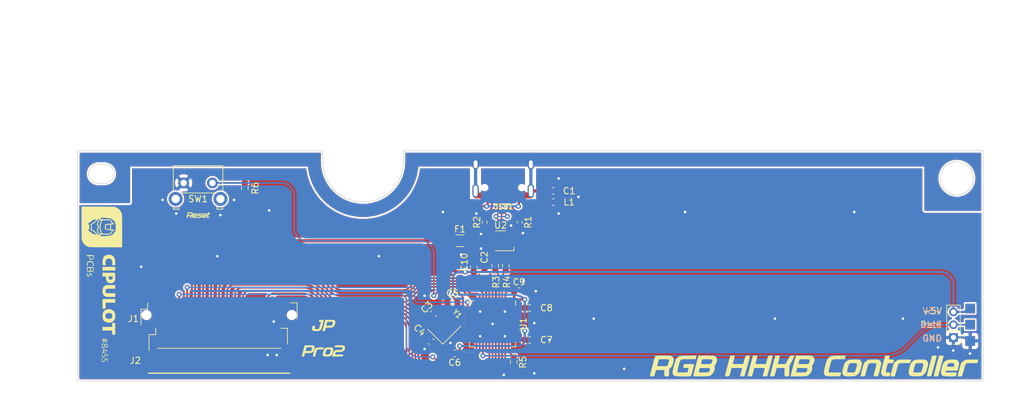
<source format=kicad_pcb>
(kicad_pcb (version 20211014) (generator pcbnew)
  (title_block (title "RGB-HHKB-Controller") (date "2022-08-16") (rev "1") (company "Cipulot CB Design") (comment 1 "CC-BY-NC-SA-4.0") (comment 2 "Cipulot"))
  (layers (0 "F.Cu" signal) (31 "B.Cu" signal) (34 "B.Paste" user) (35 "F.Paste" user) (36 "B.SilkS" user "B.Silkscreen") (37 "F.SilkS" user "F.Silkscreen") (38 "B.Mask" user) (39 "F.Mask" user) (44 "Edge.Cuts" user))
  (net 0 "")
  (net 1 "Net-(C2-Pad1)")
  (net 2 "VBUS")
  (net 3 "D-")
  (net 4 "D+")
  (net 5 "GND")
  (net 6 "Net-(R1-Pad2)")
  (net 7 "Net-(R2-Pad1)")
  (net 8 "XTAL2")
  (net 11 "XTAL1")
  (net 12 "GNDPWR")
  (net 13 "VCC")
  (net 14 "/PD7")
  (net 15 "/PB7")
  (net 16 "/PB0")
  (net 17 "/PB1")
  (net 18 "/PB2")
  (net 19 "/PB3")
  (net 20 "/PB4")
  (net 21 "/PB5")
  (net 22 "/PB6")
  (net 23 "/PC6")
  (net 24 "/PC7")
  (net 25 "/MCU_D+")
  (net 26 "/MCU_D-")
  (net 27 "/PE2")
  (net 28 "RST")
  (net 29 "/PE7")
  (net 30 "/PD0")
  (net 31 "/PD1")
  (net 32 "/PD2")
  (net 33 "/PD3")
  (net 34 "/PD5")
  (net 35 "/PD6")
  (net 36 "/PF7")
  (net 37 "/PF6")
  (net 38 "/PF5")
  (net 39 "/PF4")
  (net 40 "/PF1")
  (net 41 "/PF0")
  (net 45 "LED_5V")
  (footprint "LOGO" (layer "F.Cu") (at 146.14786 83.088571)
    (fp_text reference "G***" hide)
    (fp_text value "LOGO" hide)
  )
  (footprint "Button_Switch_THT:SW_Tactile_SKHH_Angled" (layer "F.Cu") (at 47.60578 54.41841)
    (fp_text reference "SW1")
    (fp_text value "SW_Push")
  )
  (footprint "Resistor_SMD:R_0603_1608Metric" (layer "F.Cu") (at 99.2 82.475 -90)
    (fp_text reference "R5")
    (fp_text value "10k")
  )
  (footprint "LOGO" (layer "F.Cu") (at 34.82302 70.289191 -90)
    (fp_text reference "G***" hide)
    (fp_text value "LOGO" hide)
  )
  (footprint "Capacitor_SMD:C_0603_1608Metric" (layer "F.Cu") (at 92.945 67.565 90)
    (fp_text reference "C10")
    (fp_text value "10u")
  )
  (footprint "Capacitor_SMD:C_0603_1608Metric" (layer "F.Cu") (at 86.64173 74.892111 45)
    (fp_text reference "C3")
    (fp_text value "22p")
  )
  (footprint "LOGO" (layer "F.Cu") (at 69.5 80.71839)
    (fp_text reference "G***" hide)
    (fp_text value "LOGO" hide)
  )
  (footprint "cipulot_parts:LED_Strip_Pad" (layer "F.Cu") (at 170.567325 76.60815 180)
    (fp_text reference "J4" hide)
    (fp_text value "Conn_01x03" hide)
  )
  (footprint "Resistor_SMD:R_0603_1608Metric" (layer "F.Cu") (at 96.31462 67.35 -90)
    (fp_text reference "R3")
    (fp_text value "22")
  )
  (footprint "Resistor_SMD:R_0603_1608Metric" (layer "F.Cu") (at 97.95175 67.35 -90)
    (fp_text reference "R4")
    (fp_text value "22")
  )
  (footprint "LOGO" (layer "F.Cu") (at 49.92 59.456248)
    (fp_text reference "G***" hide)
    (fp_text value "LOGO" hide)
  )
  (footprint "Resistor_SMD:R_0603_1608Metric" (layer "F.Cu") (at 57.166 55.24341 90)
    (fp_text reference "R6")
    (fp_text value "10k")
  )
  (footprint "Capacitor_SMD:C_0603_1608Metric" (layer "F.Cu") (at 101.695 78.975)
    (fp_text reference "C7")
    (fp_text value "0.1u")
  )
  (footprint "cipulot_parts:SOT-23-6-routable" (layer "F.Cu") (at 97.1276 63.46924 180)
    (fp_text reference "U2")
    (fp_text value "SRV05-4")
  )
  (footprint "cipulot_parts:DF14A-15P-1.25H" (layer "F.Cu") (at 53.15578 76.73639)
    (fp_text reference "J1")
    (fp_text value "Conn_01x15")
  )
  (footprint "cipulot_parts:S13B-ZR-SM4A-TF" (layer "F.Cu") (at 53.15578 80.71839)
    (fp_text reference "J2")
    (fp_text value "Conn_01x13")
  )
  (footprint "cipulot_parts:HRO-TYPE-C-31-M-12-Assembly" (layer "F.Cu") (at 97.55578 48.88639 180)
    (fp_text reference "USB1")
    (fp_text value "HRO-TYPE-C-31-M-12")
  )
  (footprint "Capacitor_SMD:C_0603_1608Metric" (layer "F.Cu") (at 89.63 73.07 180)
    (fp_text reference "C5")
    (fp_text value "0.1u")
  )
  (footprint "Resistor_SMD:R_0402_1005Metric" (layer "F.Cu") (at 94.65578 60.567671 -90)
    (fp_text reference "R2")
    (fp_text value "5.1k")
  )
  (footprint "Resistor_SMD:R_0402_1005Metric" (layer "F.Cu") (at 100.13078 60.56639 90)
    (fp_text reference "R1")
    (fp_text value "5.1k")
  )
  (footprint "Capacitor_SMD:C_0603_1608Metric" (layer "F.Cu") (at 101.695 73.974375)
    (fp_text reference "C8")
    (fp_text value "0.1u")
  )
  (footprint "LOGO" (layer "F.Cu") (at 69.5 76.73639)
    (fp_text reference "G***" hide)
    (fp_text value "LOGO" hide)
  )
  (footprint "Connector_PinHeader_2.00mm:PinHeader_1x03_P2.00mm_Vertical" (layer "F.Cu") (at 167.92085 78.60095 180)
    (fp_text reference "J3" hide)
    (fp_text value "Conn_01x03")
  )
  (footprint "cipulot_parts:Crystal_SMD_3225-4pin_3.2x2.5mm" (layer "F.Cu") (at 88.36 77.07 45)
    (fp_text reference "Y1")
    (fp_text value "16MHz")
  )
  (footprint "Capacitor_SMD:C_0603_1608Metric" (layer "F.Cu") (at 86.288177 79.247889 -45)
    (fp_text reference "C4")
    (fp_text value "22p")
  )
  (footprint "Package_DFN_QFN:QFN-44-1EP_7x7mm_P0.5mm_EP5.2x5.2mm" (layer "F.Cu") (at 95.88644 76.47491 -90)
    (fp_text reference "U1")
    (fp_text value "ATmega32U4-M")
  )
  (footprint "Inductor_SMD:L_0603_1608Metric" (layer "F.Cu") (at 105.37578 57.41639)
    (fp_text reference "L1")
    (fp_text value "220 @ 100MHz, 2A")
  )
  (footprint "Capacitor_SMD:C_0603_1608Metric" (layer "F.Cu") (at 105.37578 55.66639)
    (fp_text reference "C1")
    (fp_text value "100n")
  )
  (footprint "cipulot_parts:LED_Strip_Pad" (layer "F.Cu") (at 170.513125 76.59375)
    (fp_text reference "J5" hide)
    (fp_text value "Conn_01x03" hide)
  )
  (footprint "Capacitor_SMD:C_0603_1608Metric" (layer "F.Cu") (at 94.611875 68.675 90)
    (fp_text reference "C2")
    (fp_text value "1u")
  )
  (footprint "Capacitor_SMD:C_0603_1608Metric" (layer "F.Cu") (at 100.028125 71.355)
    (fp_text reference "C9")
    (fp_text value "0.1u")
  )
  (footprint "Capacitor_SMD:C_0603_1608Metric" (layer "F.Cu") (at 89.975 81.095 180)
    (fp_text reference "C6")
    (fp_text value "0.1u")
  )
  (footprint "Fuse:Fuse_1206_3216Metric" (layer "F.Cu") (at 90.79205 63.467671)
    (fp_text reference "F1")
    (fp_text value "500mA")
  )
  (gr_line (start 81.95578 51.08639) (end 81.95578 49.38639) (layer "Edge.Cuts") (width 0.1))
  (gr_line (start 31.05578 49.38639) (end 69.35578 49.38639) (layer "Edge.Cuts") (width 0.1))
  (gr_arc (start 34.25578 54.48639) (mid 33.195113 54.047051) (end 32.75578 52.98639) (layer "Edge.Cuts") (width 0.1))
  (gr_line (start 172.55578 49.38639) (end 172.55578 85.38639) (layer "Edge.Cuts") (width 0.1))
  (gr_arc (start 75.65578 57.38639) (mid 71.201001 55.541164) (end 69.35578 51.08639) (layer "Edge.Cuts") (width 0.1))
  (gr_line (start 35.25578 51.48639) (end 34.25578 51.48639) (layer "Edge.Cuts") (width 0.1))
  (gr_arc (start 32.75578 52.98639) (mid 33.195113 51.925718) (end 34.25578 51.48639) (layer "Edge.Cuts") (width 0.1))
  (gr_line (start 34.25578 54.48639) (end 35.25578 54.48639) (layer "Edge.Cuts") (width 0.1))
  (gr_arc (start 36.75578 52.98639) (mid 36.31644 54.04705) (end 35.25578 54.48639) (layer "Edge.Cuts") (width 0.1))
  (gr_line (start 172.55578 85.38639) (end 31.05578 85.38639) (layer "Edge.Cuts") (width 0.1))
  (gr_line (start 69.35578 49.38639) (end 69.35578 51.08639) (layer "Edge.Cuts") (width 0.1))
  (gr_arc (start 35.25578 51.48639) (mid 36.316433 51.925731) (end 36.75578 52.98639) (layer "Edge.Cuts") (width 0.1))
  (gr_arc (start 81.95578 51.08639) (mid 80.110553 55.541163) (end 75.65578 57.38639) (layer "Edge.Cuts") (width 0.1))
  (gr_line (start 31.05578 85.38639) (end 31.05578 49.38639) (layer "Edge.Cuts") (width 0.1))
  (gr_line (start 81.95578 49.38639) (end 172.55578 49.38639) (layer "Edge.Cuts") (width 0.1))
  (gr_circle (center 168.45578 53.68639) (end 171.05578 53.68639) (layer "Edge.Cuts") (width 0.1) (fill none))
  (gr_text "GND" (at 166.226875 78.736875) (layer "B.SilkS") (effects (font (size 1 1)) (justify left mirror)))
  (gr_text "+5V" (at 166.226875 74.450625) (layer "B.SilkS") (effects (font (size 1 1)) (justify left mirror)))
  (gr_text "Data" (at 166.226875 76.59375) (layer "B.SilkS") (effects (font (size 1 1)) (justify left mirror)))
  (gr_text "Data" (at 166.226875 76.59375) (layer "F.SilkS") (effects (font (size 1 1)) (justify right)))
  (gr_text "+5V" (at 166.226875 74.450625) (layer "F.SilkS") (effects (font (size 1 1)) (justify right)))
  (gr_text "GND" (at 166.226875 78.736875) (layer "F.SilkS") (effects (font (size 1 1)) (justify right)))
  (segment (start 94.611875 69.45) (end 95.44 69.45) (width 0.25) (layer "F.Cu") (net 1))
  (segment (start 95.88644 69.89644) (end 95.88644 73.13741) (width 0.25) (layer "F.Cu") (net 1))
  (arc (start 95.44 69.45) (mid 95.755681 69.580759) (end 95.88644 69.89644) (width 0.25) (layer "F.Cu") (net 1))
  (segment (start 94.95578 58.069675) (end 93.19205 58.069675) (width 0.35) (layer "F.Cu") (net 2))
  (segment (start 95.92578 63.467671) (end 95.92578 63.46924) (width 0.35) (layer "F.Cu") (net 2))
  (segment (start 92.193619 63.46924) (end 92.19205 63.467671) (width 0.35) (layer "F.Cu") (net 2))
  (segment (start 92.19205 59.069675) (end 92.19205 63.467671) (width 0.35) (layer "F.Cu") (net 2))
  (segment (start 95.10578 57.707543) (end 95.10578 56.58139) (width 0.35) (layer "F.Cu") (net 2))
  (segment (start 92.26205 63.467671) (end 95.92578 63.467671) (width 0.35) (layer "F.Cu") (net 2))
  (segment (start 100.00578 57.852396) (end 100.00578 56.58139) (width 0.35) (layer "F.Cu") (net 2))
  (via (at 94.95578 58.069675) (size 0.8) (drill 0.4) (layers "F.Cu" "B.Cu") (net 2))
  (via (at 99.91578 58.069675) (size 0.8) (drill 0.4) (layers "F.Cu" "B.Cu") (net 2))
  (arc (start 93.19205 58.069675) (mid 92.484943 58.362568) (end 92.19205 59.069675) (width 0.35) (layer "F.Cu") (net 2))
  (arc (start 99.91578 58.069675) (mid 99.98239 57.969986) (end 100.00578 57.852396) (width 0.35) (layer "F.Cu") (net 2))
  (arc (start 94.95578 58.069675) (mid 95.066797 57.903527) (end 95.10578 57.707543) (width 0.35) (layer "F.Cu") (net 2))
  (segment (start 100.00578 58.069675) (end 94.95578 58.069675) (width 0.35) (layer "B.Cu") (net 2))
  (segment (start 98.3026 64.41924) (end 97.97995 64.41924) (width 0.2) (layer "F.Cu") (net 3))
  (segment (start 97.30578 56.58139) (end 97.30578 55.457671) (width 0.2) (layer "F.Cu") (net 3))
  (segment (start 97.472227 63.942837) (end 97.94863 64.41924) (width 0.2) (layer "F.Cu") (net 3))
  (segment (start 97.30578 56.58139) (end 97.30578 63.540999) (width 0.2) (layer "F.Cu") (net 3))
  (segment (start 97.504633 64.895367) (end 97.98076 64.41924) (width 0.2) (layer "F.Cu") (net 3))
  (segment (start 97.60578 55.157671) (end 98.00578 55.157671) (width 0.2) (layer "F.Cu") (net 3))
  (segment (start 98.30578 55.457671) (end 98.30578 56.58139) (width 0.2) (layer "F.Cu") (net 3))
  (segment (start 97.95175 66.525) (end 97.504632 66.077882) (width 0.2) (layer "F.Cu") (net 3))
  (segment (start 97.94863 64.41924) (end 97.954211 64.41924) (width 0.2) (layer "F.Cu") (net 3))
  (segment (start 97.98076 64.41924) (end 98.3026 64.41924) (width 0.2) (layer "F.Cu") (net 3))
  (segment (start 97.358186 65.724329) (end 97.358186 65.248921) (width 0.2) (layer "F.Cu") (net 3))
  (arc (start 98.00578 55.157671) (mid 98.217912 55.245539) (end 98.30578 55.457671) (width 0.2) (layer "F.Cu") (net 3))
  (arc (start 97.60578 55.157671) (mid 97.393648 55.245539) (end 97.30578 55.457671) (width 0.2) (layer "F.Cu") (net 3))
  (arc (start 97.504633 64.895367) (mid 97.396246 65.057579) (end 97.358186 65.248921) (width 0.2) (layer "F.Cu") (net 3))
  (arc (start 97.30578 63.540999) (mid 97.349038 63.758472) (end 97.472227 63.942837) (width 0.2) (layer "F.Cu") (net 3))
  (arc (start 97.358186 65.724329) (mid 97.396246 65.91567) (end 97.504632 66.077882) (width 0.2) (layer "F.Cu") (net 3))
  (segment (start 96.761737 64.901737) (end 96.27924 64.41924) (width 0.2) (layer "F.Cu") (net 4))
  (segment (start 97.77578 56.61139) (end 97.80578 56.58139) (width 0.2) (layer "F.Cu") (net 4))
  (segment (start 96.908184 65.724329) (end 96.908184 65.255291) (width 0.2) (layer "F.Cu") (net 4))
  (segment (start 96.247349 64.41924) (end 95.92578 64.41924) (width 0.2) (layer "F.Cu") (net 4))
  (segment (start 96.31462 66.525) (end 96.761738 66.077882) (width 0.2) (layer "F.Cu") (net 4))
  (segment (start 96.27924 64.41924) (end 95.9526 64.41924) (width 0.2) (layer "F.Cu") (net 4))
  (segment (start 95.92578 64.41924) (end 96.25293 64.41924) (width 0.2) (layer "F.Cu") (net 4))
  (segment (start 96.80578 56.58139) (end 96.80578 58.748989) (width 0.2) (layer "F.Cu") (net 4))
  (segment (start 96.29995 64.41924) (end 96.74176 63.97743) (width 0.2) (layer "F.Cu") (net 4))
  (segment (start 95.9526 64.41924) (end 96.27929 64.41924) (width 0.2) (layer "F.Cu") (net 4))
  (segment (start 97.77578 58.579994) (end 97.77578 56.653816) (width 0.2) (layer "F.Cu") (net 4))
  (segment (start 95.9526 64.41924) (end 96.29995 64.41924) (width 0.2) (layer "F.Cu") (net 4))
  (segment (start 96.90578 63.58145) (end 96.90578 60.825212) (width 0.2) (layer "F.Cu") (net 4))
  (via (at 98.22578 59.66639) (size 0.8) (drill 0.4) (layers "F.Cu" "B.Cu") (net 4))
  (via (at 96.42578 59.66639) (size 0.8) (drill 0.4) (layers "F.Cu" "B.Cu") (net 4))
  (arc (start 96.761737 64.901737) (mid 96.870124 65.063949) (end 96.908184 65.255291) (width 0.2) (layer "F.Cu") (net 4))
  (arc (start 96.80578 58.748989) (mid 96.707021 59.245483) (end 96.42578 59.66639) (width 0.2) (layer "F.Cu") (net 4))
  (arc (start 96.908184 65.724329) (mid 96.870124 65.91567) (end 96.761738 66.077882) (width 0.2) (layer "F.Cu") (net 4))
  (arc (start 96.74176 63.97743) (mid 96.863153 63.795753) (end 96.90578 63.58145) (width 0.2) (layer "F.Cu") (net 4))
  (arc (start 97.77578 56.653816) (mid 97.783577 56.61462) (end 97.80578 56.58139) (width 0.2) (layer "F.Cu") (net 4))
  (arc (start 98.22578 59.66639) (mid 97.892731 59.167948) (end 97.77578 58.579994) (width 0.2) (layer "F.Cu") (net 4))
  (arc (start 96.90578 60.825212) (mid 96.781032 60.198062) (end 96.42578 59.66639) (width 0.2) (layer "F.Cu") (net 4))
  (segment (start 96.42578 59.66639) (end 98.22578 59.66639) (width 0.2) (layer "B.Cu") (net 4))
  (segment (start 167.92085 78.60095) (end 169.23655 78.60095) (width 0.35) (layer "F.Cu") (net 5))
  (segment (start 86.093722 75.440119) (end 86.093722 76.359357) (width 0.35) (layer "F.Cu") (net 5))
  (segment (start 96.38644 73.13741) (end 96.38644 75.97491) (width 0.25) (layer "F.Cu") (net 5))
  (segment (start 64.10578 82.23639) (end 64.10578 79.28639) (width 0.5) (layer "F.Cu") (net 5))
  (segment (start 93.38644 78.97491) (end 95.88644 76.47491) (width 0.2) (layer "F.Cu") (net 5))
  (segment (start 60.65578 78.68639) (end 62.15578 78.68639) (width 0.5) (layer "F.Cu") (net 5))
  (segment (start 58.15578 73.98639) (end 59.40578 73.98639) (width 0.5) (layer "F.Cu") (net 5))
  (segment (start 89.562081 77.07) (end 87.157919 77.07) (width 0.3) (layer "F.Cu") (net 5))
  (segment (start 42.20578 82.23639) (end 42.20578 79.28639) (width 0.5) (layer "F.Cu") (net 5))
  (segment (start 86.093722 76.359357) (end 86.981142 77.246777) (width 0.35) (layer "F.Cu") (net 5))
  (segment (start 59.552227 75.562227) (end 60.509334 76.519334) (width 0.5) (layer "F.Cu") (net 5))
  (segment (start 42.20578 79.28639) (end 42.00578 79.08639) (width 0.5) (layer "F.Cu") (net 5))
  (segment (start 99.22394 74.47491) (end 97.88644 74.47491) (width 0.25) (layer "F.Cu") (net 5))
  (segment (start 60.65578 76.872887) (end 60.65578 78.68639) (width 0.5) (layer "F.Cu") (net 5))
  (segment (start 93.38644 79.81241) (end 93.38644 78.97491) (width 0.2) (layer "F.Cu") (net 5))
  (segment (start 97.88644 78.47491) (end 97.82123 78.4097) (width 0.25) (layer "F.Cu") (net 5))
  (segment (start 99.22394 78.47491) (end 97.88644 78.47491) (width 0.25) (layer "F.Cu") (net 5))
  (segment (start 96.38644 75.97491) (end 95.88644 76.47491) (width 0.25) (layer "F.Cu") (net 5))
  (segment (start 85.740169 78.48775) (end 86.981142 77.246777) (width 0.35) (layer "F.Cu") (net 5))
  (segment (start 97.88644 74.47491) (end 97.82123 74.54012) (width 0.25) (layer "F.Cu") (net 5))
  (segment (start 92.54894 75.47491) (end 94.88644 75.47491) (width 0.25) (layer "F.Cu") (net 5))
  (segment (start 64.10578 79.28639) (end 64.30578 79.08639) (width 0.5) (layer "F.Cu") (net 5))
  (segment (start 87.157919 77.07) (end 86.981142 77.246777) (width 0.25) (layer "F.Cu") (net 5))
  (segment (start 59.40578 73.98639) (end 59.40578 75.208673) (width 0.5) (layer "F.Cu") (net 5))
  (segment (start 89.738858 76.893223) (end 89.562081 77.07) (width 0.25) (layer "F.Cu") (net 5))
  (segment (start 85.740169 78.699881) (end 85.740169 78.48775) (width 0.35) (layer "F.Cu") (net 5))
  (segment (start 94.88644 75.47491) (end 95.88644 76.47491) (width 0.25) (layer "F.Cu") (net 5))
  (via (at 61.69 76.1175) (size 0.8) (drill 0.4) (layers "F.Cu" "B.Cu") (net 5))
  (via (at 170.513125 81.118125) (size 0.8) (drill 0.4) (layers "F.Cu" "B.Cu") (net 5))
  (via (at 140.033125 75.64125) (size 0.8) (drill 0.4) (layers "F.Cu" "B.Cu") (net 5))
  (via (at 60.7375 81.35625) (size 0.8) (drill 0.4) (layers "F.Cu" "B.Cu") (net 5))
  (via (at 94.075 64.6875) (size 0.8) (drill 0.4) (layers "F.Cu" "B.Cu") (net 5))
  (via (at 60.975625 58.734375) (size 0.8) (drill 0.4) (layers "F.Cu" "B.Cu") (net 5))
  (via (at 167.89375 80.641875) (size 0.8) (drill 0.4) (layers "F.Cu" "B.Cu") (net 5))
  (via (at 97.646875 84.451875) (size 0.8) (drill 0.4) (layers "F.Cu" "B.Cu") (net 5))
  (via (at 109.315 56.59125) (size 0.8) (drill 0.4) (layers "F.Cu" "B.Cu") (net 5))
  (via (at 97.82123 74.54012) (size 0.8) (drill 0.4) (layers "F.Cu" "B.Cu") (net 5))
  (via (at 85.264375 72.069375) (size 0.8) (drill 0.4) (layers "F.Cu" "B.Cu") (net 5))
  (via (at 97.82123 78.4097) (size 0.8) (drill 0.4) (layers "F.Cu" "B.Cu") (net 5))
  (via (at 111.69625 75.64125) (size 0.8) (drill 0.4) (layers "F.Cu" "B.Cu") (net 5))
  (via (at 88.121875 58.9725) (size 0.8) (drill 0.4) (layers "F.Cu" "B.Cu") (net 5))
  (via (at 55.49875 57.0675) (size 0.8) (drill 0.4) (layers "F.Cu" "B.Cu") (net 5))
  (via (at 93.95165 74.54012) (size 0.8) (drill 0.4) (layers "F.Cu" "B.Cu") (net 5))
  (via (at 52.879375 65.878125) (size 0.8) (drill 0.4) (layers "F.Cu" "B.Cu") (net 5))
  (via (at 89.3125 79.45125) (size 0.8) (drill 0.4) (layers "F.Cu" "B.Cu") (net 5))
  (via (at 116.45875 83.499375) (size 0.8) (drill 0.4) (layers "F.Cu" "B.Cu") (net 5))
  (via (at 100.62578 62.26639) (size 0.8) (drill 0.4) (layers "F.Cu" "B.Cu") (net 5))
  (via (at 102.409375 84.21375) (size 0.8) (drill 0.4) (layers "F.Cu" "B.Cu") (net 5))
  (via (at 94.075 62.401201) (size 0.8) (drill 0.4) (layers "F.Cu" "B.Cu") (net 5))
  (via (at 62.16625 81.35625) (size 0.8) (drill 0.4) (layers "F.Cu" "B.Cu") (net 5))
  (via (at 125.98375 58.9725) (size 0.8) (drill 0.4) (layers "F.Cu" "B.Cu") (net 5))
  (via (at 100.7425 69.688125) (size 0.8) (drill 0.4) (layers "F.Cu" "B.Cu") (net 5))
  (via (at 165.5125 80.165625) (size 0.8) (drill 0.4) (layers "F.Cu" "B.Cu") (net 5))
  (via (at 98.78078 61.082671) (size 0.8) (drill 0.4) (layers "F.Cu" "B.Cu") (net 5))
  (via (at 85.264375 80.40375) (size 0.8) (drill 0.4) (layers "F.Cu" "B.Cu") (net 5))
  (via (at 93.95165 78.4097) (size 0.8) (drill 0.4) (layers "F.Cu" "B.Cu") (net 5))
  (via (at 102.6475 71.355) (size 0.8) (drill 0.4) (layers "F.Cu" "B.Cu") (net 5))
  (via (at 90.979375 65.64) (size 0.8) (drill 0.4) (layers "F.Cu" "B.Cu") (net 5))
  (via (at 95.88644 76.47491) (size 0.8) (drill 0.4) (layers "F.Cu" "B.Cu") (net 5))
  (via (at 93.360625 59.210625) (size 0.8) (drill 0.4) (layers "F.Cu" "B.Cu") (net 5))
  (via (at 44.306875 57.0675) (size 0.8) (drill 0.4) (layers "F.Cu" "B.Cu") (net 5))
  (via (at 106.219375 53.73375) (size 0.8) (drill 0.4) (layers "F.Cu" "B.Cu") (net 5))
  (via (at 40.973125 67.545) (size 0.8) (drill 0.4) (layers "F.Cu" "B.Cu") (net 5))
  (via (at 102.409375 76.355625) (size 0.8) (drill 0.4) (layers "F.Cu" "B.Cu") (net 5))
  (via (at 160.035625 75.64125) (size 0.8) (drill 0.4) (layers "F.Cu" "B.Cu") (net 5))
  (via (at 106.219375 59.210625) (size 0.8) (drill 0.4) (layers "F.Cu" "B.Cu") (net 5))
  (via (at 104.790625 78.975) (size 0.8) (drill 0.4) (layers "F.Cu" "B.Cu") (net 5))
  (via (at 78.120625 65.878125) (size 0.8) (drill 0.4) (layers "F.Cu" "B.Cu") (net 5))
  (via (at 46.45 59.210625) (size 0.8) (drill 0.4) (layers "F.Cu" "B.Cu") (net 5))
  (via (at 53.355625 59.44875) (size 0.8) (drill 0.4) (layers "F.Cu" "B.Cu") (net 5))
  (via (at 152.415625 58.9725) (size 0.8) (drill 0.4) (layers "F.Cu" "B.Cu") (net 5))
  (arc (start 60.65578 76.872887) (mid 60.61772 76.681546) (end 60.509334 76.519334) (width 0.5) (layer "F.Cu") (net 5))
  (arc (start 59.40578 75.208673) (mid 59.44384 75.400015) (end 59.552227 75.562227) (width 0.5) (layer "F.Cu") (net 5))
  (arc (start 169.23655 78.60095) (mid 169.942093 78.741292) (end 170.540225 79.14095) (width 0.35) (layer "F.Cu") (net 5))
  (segment (start 167.92085 78.60095) (end 169.23655 78.60095) (width 0.35) (layer "B.Cu") (net 5))
  (arc (start 169.23655 78.60095) (mid 169.942093 78.741292) (end 170.540225 79.14095) (width 0.35) (layer "B.Cu") (net 5))
  (segment (start 98.80578 56.58139) (end 98.80578 57.950564) (width 0.25) (layer "F.Cu") (net 6))
  (segment (start 100.13078 59.682671) (end 100.13078 60.05639) (width 0.25) (layer "F.Cu") (net 6))
  (segment (start 98.952227 58.304118) (end 99.989358 59.341249) (width 0.25) (layer "F.Cu") (net 6))
  (arc (start 98.80578 57.950564) (mid 98.84384 58.141906) (end 98.952227 58.304118) (width 0.25) (layer "F.Cu") (net 6))
  (arc (start 99.989358 59.341249) (mid 100.094025 59.497895) (end 100.13078 59.682671) (width 0.25) (layer "F.Cu") (net 6))
  (segment (start 94.65578 59.652125) (end 94.65578 60.057671) (width 0.25) (layer "F.Cu") (net 7))
  (segment (start 95.80578 56.58139) (end 95.80578 58.100564) (width 0.25) (layer "F.Cu") (net 7))
  (segment (start 95.659334 58.454117) (end 94.79328 59.320171) (width 0.25) (layer "F.Cu") (net 7))
  (arc (start 95.80578 58.100564) (mid 95.76772 58.291905) (end 95.659334 58.454117) (width 0.25) (layer "F.Cu") (net 7))
  (arc (start 94.79328 59.320171) (mid 94.691515 59.472472) (end 94.65578 59.652125) (width 0.25) (layer "F.Cu") (net 7))
  (segment (start 88.607919 75.62) (end 88.536777 75.691142) (width 0.25) (layer "F.Cu") (net 8))
  (segment (start 87.189738 74.344103) (end 88.536777 75.691142) (width 0.25) (layer "F.Cu") (net 8))
  (segment (start 90.408463 75.828463) (end 90.346446 75.766446) (width 0.25) (layer "F.Cu") (net 8))
  (segment (start 92.54894 75.97491) (end 90.762017 75.97491) (width 0.25) (layer "F.Cu") (net 8))
  (segment (start 89.992893 75.62) (end 88.607919 75.62) (width 0.25) (layer "F.Cu") (net 8))
  (arc (start 90.408463 75.828463) (mid 90.570675 75.93685) (end 90.762017 75.97491) (width 0.25) (layer "F.Cu") (net 8))
  (arc (start 90.346446 75.766446) (mid 90.184234 75.65806) (end 89.992893 75.62) (width 0.25) (layer "F.Cu") (net 8))
  (segment (start 86.836185 79.795897) (end 88.183223 78.448858) (width 0.25) (layer "F.Cu") (net 11))
  (segment (start 89.612893 78.38) (end 88.252081 78.38) (width 0.25) (layer "F.Cu") (net 11))
  (segment (start 91.578643 76.621357) (end 89.966446 78.233554) (width 0.25) (layer "F.Cu") (net 11))
  (segment (start 92.54894 76.47491) (end 91.932197 76.47491) (width 0.25) (layer "F.Cu") (net 11))
  (segment (start 88.252081 78.38) (end 88.183223 78.448858) (width 0.25) (layer "F.Cu") (net 11))
  (arc (start 89.612893 78.38) (mid 89.804234 78.34194) (end 89.966446 78.233554) (width 0.25) (layer "F.Cu") (net 11))
  (arc (start 91.932197 76.47491) (mid 91.740855 76.51297) (end 91.578643 76.621357) (width 0.25) (layer "F.Cu") (net 11))
  (segment (start 101.87578 56.58139) (end 100.78078 56.58139) (width 0.5) (layer "F.Cu") (net 12))
  (segment (start 101.679334 59.219944) (end 100.927227 58.467837) (width 0.35) (layer "F.Cu") (net 12))
  (segment (start 93.23578 56.58139) (end 94.33078 56.58139) (width 0.5) (layer "F.Cu") (net 12))
  (segment (start 100.78078 56.16639) (end 101.670781 56.16639) (width 0.5) (layer "F.Cu") (net 12))
  (segment (start 94.33078 56.16639) (end 93.440779 56.16639) (width 0.5) (layer "F.Cu") (net 12))
  (segment (start 104.58828 55.67889) (end 104.60078 55.66639) (width 0.5) (layer "F.Cu") (net 12))
  (segment (start 101.87578 55.66639) (end 101.87578 56.58139) (width 0.5) (layer "F.Cu") (net 12))
  (segment (start 94.33078 56.58139) (end 94.33078 56.16639) (width 0.5) (layer "F.Cu") (net 12))
  (segment (start 100.78078 58.114283) (end 100.78078 56.58139) (width 0.35) (layer "F.Cu") (net 12))
  (segment (start 98.27578 63.46924) (end 100.89578 63.46924) (width 0.35) (layer "F.Cu") (net 12))
  (segment (start 93.23578 55.66639) (end 93.23578 56.58139) (width 0.5) (layer "F.Cu") (net 12))
  (segment (start 101.82578 62.46924) (end 101.82578 59.573497) (width 0.35) (layer "F.Cu") (net 12))
  (segment (start 104.58828 57.41639) (end 104.58828 55.67889) (width 0.5) (layer "F.Cu") (net 12))
  (segment (start 100.774233 56.153039) (end 101.664234 56.153039) (width 0.5) (layer "F.Cu") (net 12))
  (segment (start 93.440779 56.16639) (end 93.23578 55.961391) (width 0.5) (layer "F.Cu") (net 12))
  (segment (start 104.60078 55.66639) (end 101.87578 55.66639) (width 0.5) (layer "F.Cu") (net 12))
  (segment (start 101.670781 56.16639) (end 101.87578 55.961391) (width 0.5) (layer "F.Cu") (net 12))
  (segment (start 100.78078 56.58139) (end 100.78078 56.16639) (width 0.5) (layer "F.Cu") (net 12))
  (arc (start 100.927227 58.467837) (mid 100.81884 58.305625) (end 100.78078 58.114283) (width 0.35) (layer "F.Cu") (net 12))
  (arc (start 101.82578 59.573497) (mid 101.78772 59.382156) (end 101.679334 59.219944) (width 0.35) (layer "F.Cu") (net 12))
  (arc (start 100.82578 63.46924) (mid 101.532887 63.176347) (end 101.82578 62.46924) (width 0.35) (layer "F.Cu") (net 12))
  (segment (start 93.23578 51.48639) (end 93.23578 55.66639) (width 0.5) (layer "B.Cu") (net 12))
  (segment (start 101.87578 51.48639) (end 101.87578 55.66639) (width 0.5) (layer "B.Cu") (net 12))
  (segment (start 92.945 68.34) (end 91.61 68.34) (width 0.35) (layer "F.Cu") (net 13))
  (segment (start 90.405 73.07) (end 90.405 73.585) (width 0.25) (layer "F.Cu") (net 13))
  (segment (start 99.22394 73.97491) (end 100.919465 73.97491) (width 0.25) (layer "F.Cu") (net 13))
  (segment (start 91.019914 74.519914) (end 91.206209 74.706209) (width 0.25) (layer "F.Cu") (net 13))
  (segment (start 93.24723 81.095) (end 90.75 81.095) (width 0.25) (layer "F.Cu") (net 13))
  (segment (start 54.432329 63.467671) (end 59.282329 63.467671) (width 0.5) (layer "F.Cu") (net 13))
  (segment (start 93.58 70.28) (end 94.74288 70.28) (width 0.25) (layer "F.Cu") (net 13))
  (segment (start 45.65578 73.98639) (end 45.65578 78.68639) (width 0.5) (layer "F.Cu") (net 13))
  (segment (start 89.39205 63.467671) (end 89.39205 67.34) (width 0.5) (layer "F.Cu") (net 13))
  (segment (start 100.92 72.66) (end 99.753125 72.66) (width 0.35) (layer "F.Cu") (net 13))
  (segment (start 56.166 63.467671) (end 54.432329 63.467671) (width 0.5) (layer "F.Cu") (net 13))
  (segment (start 100.91991 78.97491) (end 100.92 78.975) (width 0.25) (layer "F.Cu") (net 13))
  (segment (start 90.631274 74.131274) (end 91.019914 74.519914) (width 0.25) (layer "F.Cu") (net 13))
  (segment (start 44.15578 78.68639) (end 45.65578 78.68639) (width 0.5) (layer "F.Cu") (net 13))
  (segment (start 90.75 81.095) (end 90.75 79.93) (width 0.35) (layer "F.Cu") (net 13))
  (segment (start 58.166 63.467671) (end 59.282329 63.467671) (width 0.5) (layer "F.Cu") (net 13))
  (segment (start 59.282329 63.467671) (end 89.39205 63.467671) (width 0.5) (layer "F.Cu") (net 13))
  (segment (start 95.38644 70.92356) (end 95.38644 73.13741) (width 0.25) (layer "F.Cu") (net 13))
  (segment (start 92.945 68.34) (end 92.945 69.645) (width 0.25) (layer "F.Cu") (net 13))
  (segment (start 90.035876 72.700875) (end 90.405 73.07) (width 0.35) (layer "F.Cu") (net 13))
  (segment (start 98.38644 71.355) (end 99.253125 71.355) (width 0.25) (layer "F.Cu") (net 13))
  (segment (start 100.92 77.54625) (end 100.92 78.975) (width 0.35) (layer "F.Cu") (net 13))
  (segment (start 167.92085 74.60095) (end 169.23655 74.60095) (width 0.35) (layer "F.Cu") (net 13))
  (segment (start 90.39205 68.34) (end 91.61 68.34) (width 0.5) (layer "F.Cu") (net 13))
  (segment (start 47.65578 63.467671) (end 54.432329 63.467671) (width 0.5) (layer "F.Cu") (net 13))
  (segment (start 99.253125 72.16) (end 99.253125 71.355) (width 0.35) (layer "F.Cu") (net 13))
  (segment (start 44.40578 73.98639) (end 45.65578 73.98639) (width 0.5) (layer "F.Cu") (net 13))
  (segment (start 91.85491 74.97491) (end 92.54894 74.97491) (width 0.25) (layer "F.Cu") (net 13))
  (segment (start 100.92 72.66) (end 100.92 73.974375) (width 0.35) (layer "F.Cu") (net 13))
  (segment (start 100.919465 73.97491) (end 100.92 73.974375) (width 0.25) (layer "F.Cu") (net 13))
  (segment (start 99.22394 78.97491) (end 100.91991 78.97491) (width 0.25) (layer "F.Cu") (net 13))
  (segment (start 97.88644 73.13741) (end 97.88644 71.855) (width 0.25) (layer "F.Cu") (net 13))
  (segment (start 45.65578 73.98639) (end 45.65578 65.467671) (width 0.5) (layer "F.Cu") (net 13))
  (segment (start 93.88644 79.81241) (end 93.88644 80.45579) (width 0.25) (layer "F.Cu") (net 13))
  (segment (start 57.166 56.06841) (end 57.166 62.467671) (width 0.5) (layer "F.Cu") (net 13))
  (via (at 89.7 71.89) (size 0.8) (drill 0.4) (layers "F.Cu" "B.Cu") (net 13))
  (via (at 90.75 79.93) (size 0.8) (drill 0.4) (layers "F.Cu" "B.Cu") (net 13))
  (via (at 100.92 72.66) (size 0.8) (drill 0.4) (layers "F.Cu" "B.Cu") (net 13))
  (via (at 91.61 68.34) (size 0.8) (drill 0.4) (layers "F.Cu" "B.Cu") (net 13))
  (via (at 100.92 77.54625) (size 0.8) (drill 0.4) (layers "F.Cu" "B.Cu") (net 13))
  (arc (start 57.166 62.467671) (mid 57.458893 63.174778) (end 58.166 63.467671) (width 0.5) (layer "F.Cu") (net 13))
  (arc (start 56.166 63.467671) (mid 56.873107 63.174778) (end 57.166 62.467671) (width 0.5) (layer "F.Cu") (net 13))
  (arc (start 92.945 69.645) (mid 93.130987 70.094013) (end 93.58 70.28) (width 0.25) (layer "F.Cu") (net 13))
  (arc (start 90.39205 68.34) (mid 89.684943 68.047107) (end 89.39205 67.34) (width 0.5) (layer "F.Cu") (net 13))
  (arc (start 93.88644 80.45579) (mid 93.69922 80.90778) (end 93.24723 81.095) (width 0.25) (layer "F.Cu") (net 13))
  (arc (start 47.65578 63.467671) (mid 46.241566 64.053457) (end 45.65578 65.467671) (width 0.5) (layer "F.Cu") (net 13))
  (arc (start 91.206209 74.706209) (mid 91.503836 74.905077) (end 91.85491 74.97491) (width 0.25) (layer "F.Cu") (net 13))
  (arc (start 97.88644 71.855) (mid 98.032887 71.501447) (end 98.38644 71.355) (width 0.25) (layer "F.Cu") (net 13))
  (arc (start 90.405 73.585) (mid 90.463807 73.880641) (end 90.631274 74.131274) (width 0.25) (layer "F.Cu") (net 13))
  (arc (start 99.753125 72.66) (mid 99.399572 72.513553) (end 99.253125 72.16) (width 0.35) (layer "F.Cu") (net 13))
  (arc (start 89.7 71.89) (mid 89.787291 72.328843) (end 90.035876 72.700875) (width 0.35) (layer "F.Cu") (net 13))
  (arc (start 94.74288 70.28) (mid 95.197946 70.468494) (end 95.38644 70.92356) (width 0.25) (layer "F.Cu") (net 13))
  (arc (start 169.23655 74.60095) (mid 169.942094 74.460608) (end 170.540225 74.06095) (width 0.35) (layer "F.Cu") (net 13))
  (segment (start 100.92 77.54625) (end 100.92 78.93) (width 0.35) (layer "B.Cu") (net 13))
  (segment (start 89.7 69.34) (end 89.7 71.89) (width 0.35) (layer "B.Cu") (net 13))
  (segment (start 99.92 79.93) (end 99.073125 79.93) (width 0.35) (layer "B.Cu") (net 13))
  (segment (start 91.61 68.34) (end 90.7 68.34) (width 0.35) (layer "B.Cu") (net 13))
  (segment (start 167.92085 70.34) (end 167.92085 74.60095) (width 0.35) (layer "B.Cu") (net 13))
  (segment (start 89.7 71.89) (end 99.061056 71.89) (width 0.35) (layer "B.Cu") (net 13))
  (segment (start 91.61 68.34) (end 165.92085 68.34) (width 0.35) (layer "B.Cu") (net 13))
  (segment (start 167.92085 74.60095) (end 169.23655 74.60095) (width 0.35) (layer "B.Cu") (net 13))
  (segment (start 90.75 79.93) (end 99.073125 79.93) (width 0.35) (layer "B.Cu") (net 13))
  (segment (start 100.92 72.66) (end 100.92 77.54625) (width 0.35) (layer "B.Cu") (net 13))
  (arc (start 169.23655 74.60095) (mid 169.942094 74.460608) (end 170.540225 74.06095) (width 0.35) (layer "B.Cu") (net 13))
  (arc (start 90.7 68.34) (mid 89.992893 68.632893) (end 89.7 69.34) (width 0.35) (layer "B.Cu") (net 13))
  (arc (start 99.061056 71.89) (mid 100.067109 72.090117) (end 100.92 72.66) (width 0.35) (layer "B.Cu") (net 13))
  (arc (start 167.92085 70.34) (mid 167.335064 68.925786) (end 165.92085 68.34) (width 0.35) (layer "B.Cu") (net 13))
  (arc (start 99.92 79.93) (mid 100.627107 79.637107) (end 100.92 78.93) (width 0.35) (layer "B.Cu") (net 13))
  (segment (start 47.15578 76.466305) (end 47.15578 78.68639) (width 0.25) (layer "F.Cu") (net 14))
  (segment (start 46.90578 73.98639) (end 46.90578 71.86) (width 0.25) (layer "F.Cu") (net 14))
  (segment (start 95.38644 81.74) (end 95.38644 79.81241) (width 0.25) (layer "F.Cu") (net 14))
  (segment (start 90.6 82.24) (end 94.88644 82.24) (width 0.25) (layer "F.Cu") (net 14))
  (segment (start 46.90578 73.98639) (end 46.90578 75.862753) (width 0.25) (layer "F.Cu") (net 14))
  (segment (start 90.6 82.24) (end 88.00267 82.24) (width 0.25) (layer "F.Cu") (net 14))
  (via (at 46.90578 71.86) (size 0.8) (drill 0.4) (layers "F.Cu" "B.Cu") (net 14))
  (via (at 86.53 81.63) (size 0.8) (drill 0.4) (layers "F.Cu" "B.Cu") (net 14))
  (arc (start 46.90578 75.862753) (mid 46.932438 75.996769) (end 47.008352 76.110383) (width 0.25) (layer "F.Cu") (net 14))
  (arc (start 47.008352 76.110383) (mid 47.117465 76.273681) (end 47.15578 76.466305) (width 0.25) (layer "F.Cu") (net 14))
  (arc (start 95.38644 81.74) (mid 95.239993 82.093553) (end 94.88644 82.24) (width 0.25) (layer "F.Cu") (net 14))
  (arc (start 88.00267 82.24) (mid 87.205667 82.081466) (end 86.53 81.63) (width 0.25) (layer "F.Cu") (net 14))
  (segment (start 82.42 79.63) (end 82.42 72.86) (width 0.25) (layer "B.Cu") (net 14))
  (segment (start 86.53 81.63) (end 84.42 81.63) (width 0.25) (layer "B.Cu") (net 14))
  (segment (start 81.42 71.86) (end 46.90578 71.86) (width 0.25) (layer "B.Cu") (net 14))
  (arc (start 82.406875 79.63) (mid 82.992661 81.044214) (end 84.406875 81.63) (width 0.25) (layer "B.Cu") (net 14))
  (arc (start 82.42 72.86) (mid 82.127107 72.152893) (end 81.42 71.86) (width 0.25) (layer "B.Cu") (net 14))
  (segment (start 91.99 73.97491) (end 91.99 73.10106) (width 0.25) (layer "F.Cu") (net 15))
  (segment (start 48.302227 76.064787) (end 48.509334 76.271894) (width 0.25) (layer "F.Cu") (net 15))
  (segment (start 48.15578 73.98639) (end 48.15578 75.711233) (width 0.25) (layer "F.Cu") (net 15))
  (segment (start 92.54894 73.97491) (end 91.99 73.97491) (width 0.25) (layer "F.Cu") (net 15))
  (segment (start 48.15578 70.76) (end 48.15578 73.98639) (width 0.25) (layer "F.Cu") (net 15))
  (segment (start 48.65578 76.625447) (end 48.65578 78.68639) (width 0.25) (layer "F.Cu") (net 15))
  (via (at 91.99 73.10106) (size 0.8) (drill 0.4) (layers "F.Cu" "B.Cu") (net 15))
  (via (at 48.15578 70.76) (size 0.8) (drill 0.4) (layers "F.Cu" "B.Cu") (net 15))
  (arc (start 48.15578 75.711233) (mid 48.19384 75.902575) (end 48.302227 76.064787) (width 0.25) (layer "F.Cu") (net 15))
  (arc (start 48.65578 76.625447) (mid 48.61772 76.434106) (end 48.509334 76.271894) (width 0.25) (layer "F.Cu") (net 15))
  (segment (start 83.22 70.76) (end 48.15578 70.76) (width 0.25) (layer "B.Cu") (net 15))
  (segment (start 91.99 73.10106) (end 84.22 73.10106) (width 0.25) (layer "B.Cu") (net 15))
  (segment (start 83.72 72.60106) (end 83.72 71.26) (width 0.25) (layer "B.Cu") (net 15))
  (arc (start 84.22 73.10106) (mid 83.866432 72.954639) (end 83.72 72.60106) (width 0.25) (layer "B.Cu") (net 15))
  (arc (start 83.72 71.26) (mid 83.573553 70.906447) (end 83.22 70.76) (width 0.25) (layer "B.Cu") (net 15))
  (segment (start 66.479719 68.57625) (end 50.40578 68.57625) (width 0.25) (layer "F.Cu") (net 16))
  (segment (start 94.88644 73.13741) (end 94.88644 71.61356) (width 0.25) (layer "F.Cu") (net 16))
  (segment (start 84.034315 69.612893) (end 82.760101 70.887107) (width 0.25) (layer "F.Cu") (net 16))
  (segment (start 50.15578 76.748769) (end 50.15578 78.68639) (width 0.25) (layer "F.Cu") (net 16))
  (segment (start 92.426295 70.527107) (end 91.512081 69.612893) (width 0.25) (layer "F.Cu") (net 16))
  (segment (start 49.40578 73.98639) (end 49.40578 75.584555) (width 0.25) (layer "F.Cu") (net 16))
  (segment (start 49.40578 69.57625) (end 49.40578 73.98639) (width 0.25) (layer "F.Cu") (net 16))
  (segment (start 70.982963 70.594213) (end 70.722359 70.333609) (width 0.25) (layer "F.Cu") (net 16))
  (segment (start 90.804974 69.32) (end 84.741422 69.32) (width 0.25) (layer "F.Cu") (net 16))
  (segment (start 49.552227 75.938109) (end 50.009334 76.395216) (width 0.25) (layer "F.Cu") (net 16))
  (segment (start 94.09288 70.82) (end 93.133402 70.82) (width 0.25) (layer "F.Cu") (net 16))
  (segment (start 82.052994 71.18) (end 72.397177 71.18) (width 0.25) (layer "F.Cu") (net 16))
  (arc (start 49.40578 75.584555) (mid 49.44384 75.775897) (end 49.552227 75.938109) (width 0.25) (layer "F.Cu") (net 16))
  (arc (start 94.88644 71.61356) (mid 94.654012 71.052428) (end 94.09288 70.82) (width 0.25) (layer "F.Cu") (net 16))
  (arc (start 84.741422 69.32) (mid 84.358739 69.39612) (end 84.034315 69.612893) (width 0.25) (layer "F.Cu") (net 16))
  (arc (start 70.982963 70.594213) (mid 71.63181 71.027759) (end 72.397177 71.18) (width 0.25) (layer "F.Cu") (net 16))
  (arc (start 82.760101 70.887107) (mid 82.435677 71.10388) (end 82.052994 71.18) (width 0.25) (layer "F.Cu") (net 16))
  (arc (start 50.40578 68.57625) (mid 49.698673 68.869143) (end 49.40578 69.57625) (width 0.25) (layer "F.Cu") (net 16))
  (arc (start 50.15578 76.748769) (mid 50.11772 76.557428) (end 50.009334 76.395216) (width 0.25) (layer "F.Cu") (net 16))
  (arc (start 91.512081 69.612893) (mid 91.187657 69.39612) (end 90.804974 69.32) (width 0.25) (layer "F.Cu") (net 16))
  (arc (start 93.133402 70.82) (mid 92.750718 70.74388) (end 92.426295 70.527107) (width 0.25) (layer "F.Cu") (net 16))
  (arc (start 66.479719 68.57625) (mid 68.775819 69.032973) (end 70.722359 70.333609) (width 0.25) (layer "F.Cu") (net 16))
  (segment (start 90.618578 69.77) (end 84.927818 69.77) (width 0.25) (layer "F.Cu") (net 17))
  (segment (start 92.239899 70.977107) (end 91.325685 70.062893) (width 0.25) (layer "F.Cu") (net 17))
  (segment (start 50.65578 73.98639) (end 50.65578 75.532293) (width 0.25) (layer "F.Cu") (net 17))
  (segment (start 82.23939 71.63) (end 72.354284 71.63) (width 0.25) (layer "F.Cu") (net 17))
  (segment (start 50.802227 75.885847) (end 51.509334 76.592954) (width 0.25) (layer "F.Cu") (net 17))
  (segment (start 70.586517 70.897767) (end 70.325912 70.637162) (width 0.25) (layer "F.Cu") (net 17))
  (segment (start 93.76 71.27) (end 92.947006 71.27) (width 0.25) (layer "F.Cu") (net 17))
  (segment (start 51.65578 76.946507) (end 51.65578 78.68639) (width 0.25) (layer "F.Cu") (net 17))
  (segment (start 84.220711 70.062893) (end 82.946497 71.337107) (width 0.25) (layer "F.Cu") (net 17))
  (segment (start 66.436825 69.02625) (end 51.65578 69.02625) (width 0.25) (layer "F.Cu") (net 17))
  (segment (start 94.38644 73.13741) (end 94.38644 71.89644) (width 0.25) (layer "F.Cu") (net 17))
  (segment (start 50.65578 70.02625) (end 50.65578 73.98639) (width 0.25) (layer "F.Cu") (net 17))
  (arc (start 50.65578 75.532293) (mid 50.69384 75.723635) (end 50.802227 75.885847) (width 0.25) (layer "F.Cu") (net 17))
  (arc (start 82.946497 71.337107) (mid 82.622074 71.55388) (end 82.23939 71.63) (width 0.25) (layer "F.Cu") (net 17))
  (arc (start 72.354284 71.63) (mid 71.397575 71.439699) (end 70.586517 70.897767) (width 0.25) (layer "F.Cu") (net 17))
  (arc (start 51.65578 69.02625) (mid 50.948673 69.319143) (end 50.65578 70.02625) (width 0.25) (layer "F.Cu") (net 17))
  (arc (start 92.947006 71.27) (mid 92.564322 71.19388) (end 92.239899 70.977107) (width 0.25) (layer "F.Cu") (net 17))
  (arc (start 94.38644 71.89644) (mid 94.20296 71.45348) (end 93.76 71.27) (width 0.25) (layer "F.Cu") (net 17))
  (arc (start 91.325685 70.062893) (mid 91.001262 69.84612) (end 90.618578 69.77) (width 0.25) (layer "F.Cu") (net 17))
  (arc (start 84.927818 69.77) (mid 84.545134 69.84612) (end 84.220711 70.062893) (width 0.25) (layer "F.Cu") (net 17))
  (arc (start 51.65578 76.946507) (mid 51.61772 76.755166) (end 51.509334 76.592954) (width 0.25) (layer "F.Cu") (net 17))
  (arc (start 70.325912 70.637162) (mid 68.541584 69.444912) (end 66.436825 69.02625) (width 0.25) (layer "F.Cu") (net 17))
  (segment (start 93.38 71.72) (end 92.76061 71.72) (width 0.25) (layer "F.Cu") (net 18))
  (segment (start 82.415786 72.09) (end 72.321391 72.09) (width 0.25) (layer "F.Cu") (net 18))
  (segment (start 52.052227 75.647547) (end 53.009334 76.604654) (width 0.25) (layer "F.Cu") (net 18))
  (segment (start 51.90578 73.98639) (end 51.90578 75.293993) (width 0.25) (layer "F.Cu") (net 18))
  (segment (start 70.20007 71.21132) (end 69.929466 70.940716) (width 0.25) (layer "F.Cu") (net 18))
  (segment (start 84.407107 70.512893) (end 83.122893 71.797107) (width 0.25) (layer "F.Cu") (net 18))
  (segment (start 90.432182 70.22) (end 85.114214 70.22) (width 0.25) (layer "F.Cu") (net 18))
  (segment (start 92.053503 71.427107) (end 91.139289 70.512893) (width 0.25) (layer "F.Cu") (net 18))
  (segment (start 93.88644 73.13741) (end 93.88644 72.22644) (width 0.25) (layer "F.Cu") (net 18))
  (segment (start 51.90578 70.47625) (end 51.90578 73.98639) (width 0.25) (layer "F.Cu") (net 18))
  (segment (start 53.15578 76.958207) (end 53.15578 78.68639) (width 0.25) (layer "F.Cu") (net 18))
  (segment (start 66.393932 69.47625) (end 52.90578 69.47625) (width 0.25) (layer "F.Cu") (net 18))
  (arc (start 93.88644 72.22644) (mid 93.738107 71.868333) (end 93.38 71.72) (width 0.25) (layer "F.Cu") (net 18))
  (arc (start 72.321391 72.09) (mid 71.17334 71.861638) (end 70.20007 71.21132) (width 0.25) (layer "F.Cu") (net 18))
  (arc (start 52.90578 69.47625) (mid 52.198673 69.769143) (end 51.90578 70.47625) (width 0.25) (layer "F.Cu") (net 18))
  (arc (start 92.76061 71.72) (mid 92.377927 71.64388) (end 92.053503 71.427107) (width 0.25) (layer "F.Cu") (net 18))
  (arc (start 83.122893 71.797107) (mid 82.798469 72.01388) (end 82.415786 72.09) (width 0.25) (layer "F.Cu") (net 18))
  (arc (start 85.114214 70.22) (mid 84.73153 70.29612) (end 84.407107 70.512893) (width 0.25) (layer "F.Cu") (net 18))
  (arc (start 52.052227 75.647547) (mid 51.94384 75.485335) (end 51.90578 75.293993) (width 0.25) (layer "F.Cu") (net 18))
  (arc (start 69.929466 70.940716) (mid 68.307349 69.856852) (end 66.393932 69.47625) (width 0.25) (layer "F.Cu") (net 18))
  (arc (start 53.009334 76.604654) (mid 53.11772 76.766866) (end 53.15578 76.958207) (width 0.25) (layer "F.Cu") (net 18))
  (arc (start 91.139289 70.512893) (mid 90.814865 70.29612) (end 90.432182 70.22) (width 0.25) (layer "F.Cu") (net 18))
  (segment (start 53.15578 70.92625) (end 53.15578 73.98639) (width 0.25) (layer "F.Cu") (net 19))
  (segment (start 91.887107 71.897107) (end 90.952893 70.962893) (width 0.25) (layer "F.Cu") (net 19))
  (segment (start 84.593503 70.962893) (end 83.004772 72.551624) (width 0.25) (layer "F.Cu") (net 19))
  (segment (start 66.381039 69.92625) (end 54.15578 69.92625) (width 0.25) (layer "F.Cu") (net 19))
  (segment (start 54.65578 77.118737) (end 54.65578 78.68639) (width 0.25) (layer "F.Cu") (net 19))
  (segment (start 73.10703 73.13741) (end 72.284587 73.13741) (width 0.25) (layer "F.Cu") (net 19))
  (segment (start 93.38644 73.13741) (end 93.38644 72.49644) (width 0.25) (layer "F.Cu") (net 19))
  (segment (start 90.245786 70.67) (end 85.30061 70.67) (width 0.25) (layer "F.Cu") (net 19))
  (segment (start 53.302227 75.558077) (end 54.509334 76.765184) (width 0.25) (layer "F.Cu") (net 19))
  (segment (start 53.15578 73.98639) (end 53.15578 75.204523) (width 0.25) (layer "F.Cu") (net 19))
  (segment (start 93.08 72.19) (end 92.594214 72.19) (width 0.25) (layer "F.Cu") (net 19))
  (segment (start 70.870373 72.551623) (end 69.563019 71.244269) (width 0.25) (layer "F.Cu") (net 19))
  (segment (start 81.590559 73.13741) (end 73.10703 73.13741) (width 0.25) (layer "F.Cu") (net 19))
  (arc (start 54.15578 69.92625) (mid 53.448673 70.219143) (end 53.15578 70.92625) (width 0.25) (layer "F.Cu") (net 19))
  (arc (start 72.284587 73.13741) (mid 71.51922 72.985169) (end 70.870373 72.551623) (width 0.25) (layer "F.Cu") (net 19))
  (arc (start 93.38644 72.49644) (mid 93.296686 72.279754) (end 93.08 72.19) (width 0.25) (layer "F.Cu") (net 19))
  (arc (start 66.381039 69.92625) (mid 68.103114 70.268792) (end 69.563019 71.244269) (width 0.25) (layer "F.Cu") (net 19))
  (arc (start 54.65578 77.118737) (mid 54.61772 76.927396) (end 54.509334 76.765184) (width 0.25) (layer "F.Cu") (net 19))
  (arc (start 83.004772 72.551624) (mid 82.355926 72.985169) (end 81.590559 73.13741) (width 0.25) (layer "F.Cu") (net 19))
  (arc (start 92.594214 72.19) (mid 92.211531 72.11388) (end 91.887107 71.897107) (width 0.25) (layer "F.Cu") (net 19))
  (arc (start 53.15578 75.204523) (mid 53.19384 75.395865) (end 53.302227 75.558077) (width 0.25) (layer "F.Cu") (net 19))
  (arc (start 85.30061 70.67) (mid 84.917926 70.74612) (end 84.593503 70.962893) (width 0.25) (layer "F.Cu") (net 19))
  (arc (start 90.952893 70.962893) (mid 90.62847 70.74612) (end 90.245786 70.67) (width 0.25) (layer "F.Cu") (net 19))
  (segment (start 54.40578 73.98639) (end 54.40578 71.37625) (width 0.25) (layer "F.Cu") (net 20))
  (segment (start 54.552227 75.394192) (end 56.009334 76.851299) (width 0.25) (layer "F.Cu") (net 20))
  (segment (start 69.196573 71.547823) (end 70.503927 72.855177) (width 0.25) (layer "F.Cu") (net 20))
  (segment (start 85.603862 82.69) (end 94.88644 82.69) (width 0.25) (layer "F.Cu") (net 20))
  (segment (start 95.88644 81.69) (end 95.88644 79.81241) (width 0.25) (layer "F.Cu") (net 20))
  (segment (start 54.40578 73.98639) (end 54.40578 75.040638) (width 0.25) (layer "F.Cu") (net 20))
  (segment (start 72.271694 73.58741) (end 80.927328 73.58741) (width 0.25) (layer "F.Cu") (net 20))
  (segment (start 84.264375 76.924457) (end 84.264375 81.350513) (width 0.25) (layer "F.Cu") (net 20))
  (segment (start 55.40578 70.37625) (end 66.368146 70.37625) (width 0.25) (layer "F.Cu") (net 20))
  (segment (start 56.15578 77.204852) (end 56.15578 78.68639) (width 0.25) (layer "F.Cu") (net 20))
  (arc (start 66.368146 70.37625) (mid 67.89888 70.680732) (end 69.196573 71.547823) (width 0.25) (layer "F.Cu") (net 20))
  (arc (start 70.503927 72.855177) (mid 71.314985 73.397109) (end 72.271694 73.58741) (width 0.25) (layer "F.Cu") (net 20))
  (arc (start 84.264375 81.350513) (mid 84.656702 82.297673) (end 85.603862 82.69) (width 0.25) (layer "F.Cu") (net 20))
  (arc (start 54.40578 75.040638) (mid 54.44384 75.23198) (end 54.552227 75.394192) (width 0.25) (layer "F.Cu") (net 20))
  (arc (start 94.88644 82.69) (mid 95.593547 82.397107) (end 95.88644 81.69) (width 0.25) (layer "F.Cu") (net 20))
  (arc (start 54.40578 71.37625) (mid 54.698673 70.669143) (end 55.40578 70.37625) (width 0.25) (layer "F.Cu") (net 20))
  (arc (start 80.927328 73.58741) (mid 83.286977 74.564808) (end 84.264375 76.924457) (width 0.25) (layer "F.Cu") (net 20))
  (arc (start 56.15578 77.204852) (mid 56.11772 77.013511) (end 56.009334 76.851299) (width 0.25) (layer "F.Cu") (net 20))
  (segment (start 94.88644 83.15) (end 86.13 83.15) (width 0.25) (layer "F.Cu") (net 21))
  (segment (start 83.804375 77.121707) (end 83.804375 81.51672) (width 0.25) (layer "F.Cu") (net 21))
  (segment (start 55.65578 73.98639) (end 55.65578 74.951168) (width 0.25) (layer "F.Cu") (net 21))
  (segment (start 55.802227 75.304722) (end 57.509334 77.011829) (width 0.25) (layer "F.Cu") (net 21))
  (segment (start 96.38644 79.81241) (end 96.38644 81.65) (width 0.25) (layer "F.Cu") (net 21))
  (segment (start 57.65578 77.365382) (end 57.65578 78.68639) (width 0.25) (layer "F.Cu") (net 21))
  (segment (start 72.238801 74.03741) (end 80.720078 74.03741) (width 0.25) (layer "F.Cu") (net 21))
  (segment (start 86.124269 83.144269) (end 85.431924 83.144269) (width 0.25) (layer "F.Cu") (net 21))
  (segment (start 68.810126 71.851376) (end 70.11748 73.15873) (width 0.25) (layer "F.Cu") (net 21))
  (segment (start 86.13 83.15) (end 86.124269 83.144269) (width 0.25) (layer "F.Cu") (net 21))
  (segment (start 55.65578 73.98639) (end 55.65578 71.82625) (width 0.25) (layer "F.Cu") (net 21))
  (segment (start 56.65578 70.82625) (end 66.335253 70.82625) (width 0.25) (layer "F.Cu") (net 21))
  (arc (start 96.38644 81.65) (mid 95.9471 82.71066) (end 94.88644 83.15) (width 0.25) (layer "F.Cu") (net 21))
  (arc (start 66.335253 70.82625) (mid 67.674645 71.092672) (end 68.810126 71.851376) (width 0.25) (layer "F.Cu") (net 21))
  (arc (start 83.804375 81.51672) (mid 84.281073 82.667571) (end 85.431924 83.144269) (width 0.25) (layer "F.Cu") (net 21))
  (arc (start 55.65578 74.951168) (mid 55.69384 75.14251) (end 55.802227 75.304722) (width 0.25) (layer "F.Cu") (net 21))
  (arc (start 57.65578 77.365382) (mid 57.61772 77.174041) (end 57.509334 77.011829) (width 0.25) (layer "F.Cu") (net 21))
  (arc (start 55.65578 71.82625) (mid 55.948673 71.119143) (end 56.65578 70.82625) (width 0.25) (layer "F.Cu") (net 21))
  (arc (start 80.720078 74.03741) (mid 82.901005 74.94078) (end 83.804375 77.121707) (width 0.25) (layer "F.Cu") (net 21))
  (arc (start 70.11748 73.15873) (mid 71.09075 73.809049) (end 72.238801 74.03741) (width 0.25) (layer "F.Cu") (net 21))
  (segment (start 66.302359 71.27625) (end 57.90578 71.27625) (width 0.25) (layer "F.Cu") (net 22))
  (segment (start 72.935469 74.48741) (end 72.205905 74.48741) (width 0.25) (layer "F.Cu") (net 22))
  (segment (start 80.616076 74.490072) (end 72.938131 74.490072) (width 0.25) (layer "F.Cu") (net 22))
  (segment (start 59.15578 77.451497) (end 59.15578 78.68639) (width 0.25) (layer "F.Cu") (net 22))
  (segment (start 56.90578 72.27625) (end 56.90578 73.98639) (width 0.25) (layer "F.Cu") (net 22))
  (segment (start 83.344375 81.583716) (end 83.344375 77.218371) (width 0.25) (layer "F.Cu") (net 22))
  (segment (start 94.88644 83.6) (end 85.360659 83.6) (width 0.25) (layer "F.Cu") (net 22))
  (segment (start 57.052227 75.140837) (end 59.009334 77.097944) (width 0.25) (layer "F.Cu") (net 22))
  (segment (start 72.938131 74.490072) (end 72.935469 74.48741) (width 0.25) (layer "F.Cu") (net 22))
  (segment (start 96.88644 79.81241) (end 96.88644 81.6) (width 0.25) (layer "F.Cu") (net 22))
  (segment (start 69.731033 73.462283) (end 68.423679 72.154929) (width 0.25) (layer "F.Cu") (net 22))
  (segment (start 56.90578 73.98639) (end 56.90578 74.787283) (width 0.25) (layer "F.Cu") (net 22))
  (arc (start 57.90578 71.27625) (mid 57.198673 71.569143) (end 56.90578 72.27625) (width 0.25) (layer "F.Cu") (net 22))
  (arc (start 96.88644 81.6) (mid 96.300654 83.014214) (end 94.88644 83.6) (width 0.25) (layer "F.Cu") (net 22))
  (arc (start 85.360659 83.6) (mid 83.934931 83.009444) (end 83.344375 81.583716) (width 0.25) (layer "F.Cu") (net 22))
  (arc (start 72.205905 74.48741) (mid 70.866514 74.220988) (end 69.731033 73.462283) (width 0.25) (layer "F.Cu") (net 22))
  (arc (start 56.90578 74.787283) (mid 56.94384 74.978625) (end 57.052227 75.140837) (width 0.25) (layer "F.Cu") (net 22))
  (arc (start 83.344375 77.218371) (mid 82.545275 75.289172) (end 80.616076 74.490072) (width 0.25) (layer "F.Cu") (net 22))
  (arc (start 59.009334 77.097944) (mid 59.11772 77.260156) (end 59.15578 77.451497) (width 0.25) (layer "F.Cu") (net 22))
  (arc (start 68.423679 72.154929) (mid 67.450409 71.504611) (end 66.302359 71.27625) (width 0.25) (layer "F.Cu") (net 22))
  (segment (start 72.175604 74.94) (end 80.553701 74.94) (width 0.25) (layer "F.Cu") (net 23))
  (segment (start 60.65578 73.98639) (end 60.65578 72.72625) (width 0.25) (layer "F.Cu") (net 23))
  (segment (start 82.884375 77.270674) (end 82.884375 81.657139) (width 0.25) (layer "F.Cu") (net 23))
  (segment (start 68.037233 72.458483) (end 69.347177 73.768427) (width 0.25) (layer "F.Cu") (net 23))
  (segment (start 61.65578 71.72625) (end 66.269466 71.72625) (width 0.25) (layer "F.Cu") (net 23))
  (segment (start 97.38644 81.55) (end 97.38644 79.81241) (width 0.25) (layer "F.Cu") (net 23))
  (segment (start 85.277236 84.05) (end 94.88644 84.05) (width 0.25) (layer "F.Cu") (net 23))
  (arc (start 69.347177 73.768427) (mid 70.64487 74.635518) (end 72.175604 74.94) (width 0.25) (layer "F.Cu") (net 23))
  (arc (start 82.884375 81.657139) (mid 83.585228 83.349147) (end 85.277236 84.05) (width 0.25) (layer "F.Cu") (net 23))
  (arc (start 66.269466 71.72625) (mid 67.226175 71.916551) (end 68.037233 72.458483) (width 0.25) (layer "F.Cu") (net 23))
  (arc (start 80.553701 74.94) (mid 82.201736 75.622639) (end 82.884375 77.270674) (width 0.25) (layer "F.Cu") (net 23))
  (arc (start 60.65578 72.72625) (mid 60.948673 72.019143) (end 61.65578 71.72625) (width 0.25) (layer "F.Cu") (net 23))
  (arc (start 94.88644 84.05) (mid 96.654207 83.317767) (end 97.38644 81.55) (width 0.25) (layer "F.Cu") (net 23))
  (segment (start 80.424375 75.395762) (end 72.156816 75.395762) (width 0.25) (layer "F.Cu") (net 24))
  (segment (start 82.424375 81.742007) (end 82.424375 77.395762) (width 0.25) (layer "F.Cu") (net 24))
  (segment (start 66.244916 72.17625) (end 62.40578 72.17625) (width 0.25) (layer "F.Cu") (net 24))
  (segment (start 68.974835 74.077742) (end 67.659129 72.762036) (width 0.25) (layer "F.Cu") (net 24))
  (segment (start 61.90578 72.67625) (end 61.90578 73.98639) (width 0.25) (layer "F.Cu") (net 24))
  (segment (start 94.88644 84.5) (end 85.182368 84.5) (width 0.25) (layer "F.Cu") (net 24))
  (segment (start 97.88644 79.81241) (end 97.88644 81.5) (width 0.25) (layer "F.Cu") (net 24))
  (arc (start 82.424375 77.395762) (mid 81.838589 75.981548) (end 80.424375 75.395762) (width 0.25) (layer "F.Cu") (net 24))
  (arc (start 62.40578 72.17625) (mid 62.052227 72.322697) (end 61.90578 72.67625) (width 0.25) (layer "F.Cu") (net 24))
  (arc (start 67.659129 72.762036) (mid 67.010283 72.328491) (end 66.244916 72.17625) (width 0.25) (layer "F.Cu") (net 24))
  (arc (start 72.156816 75.395762) (mid 70.43474 75.05322) (end 68.974835 74.077742) (width 0.25) (layer "F.Cu") (net 24))
  (arc (start 97.88644 81.5) (mid 97.00776 83.62132) (end 94.88644 84.5) (width 0.25) (layer "F.Cu") (net 24))
  (arc (start 85.182368 84.5) (mid 83.232172 83.692203) (end 82.424375 81.742007) (width 0.25) (layer "F.Cu") (net 24))
  (segment (start 96.88644 73.13741) (end 96.911439 73.112411) (width 0.2) (layer "F.Cu") (net 25))
  (segment (start 96.618546 68.478926) (end 96.31462 68.175) (width 0.2) (layer "F.Cu") (net 25))
  (segment (start 96.911439 73.112411) (end 96.91144 69.186033) (width 0.2) (layer "F.Cu") (net 25))
  (arc (start 96.91144 69.186033) (mid 96.835319 68.803349) (end 96.618546 68.478926) (width 0.2) (layer "F.Cu") (net 25))
  (segment (start 97.361441 73.112411) (end 97.36144 69.179523) (width 0.2) (layer "F.Cu") (net 26))
  (segment (start 97.654334 68.472416) (end 97.95175 68.175) (width 0.2) (layer "F.Cu") (net 26))
  (segment (start 97.38644 73.13741) (end 97.361441 73.112411) (width 0.2) (layer "F.Cu") (net 26))
  (arc (start 97.36144 69.179523) (mid 97.437561 68.796839) (end 97.654334 68.472416) (width 0.2) (layer "F.Cu") (net 26))
  (segment (start 98.679333 81.129333) (end 99.2 81.65) (width 0.25) (layer "F.Cu") (net 27))
  (segment (start 98.38644 79.81241) (end 98.38644 80.422226) (width 0.25) (layer "F.Cu") (net 27))
  (arc (start 98.38644 80.422226) (mid 98.46256 80.804909) (end 98.679333 81.129333) (width 0.25) (layer "F.Cu") (net 27))
  (segment (start 91.113553 72.103553) (end 90.286446 71.276446) (width 0.25) (layer "F.Cu") (net 28))
  (segment (start 92.54894 74.47491) (end 91.862017 74.47491) (width 0.25) (layer "F.Cu") (net 28))
  (segment (start 89.932893 71.13) (end 87.827107 71.13) (width 0.25) (layer "F.Cu") (net 28))
  (segment (start 91.26 73.872893) (end 91.26 72.457107) (width 0.25) (layer "F.Cu") (net 28))
  (segment (start 92.00491 74.47491) (end 92.54894 74.47491) (width 0.25) (layer "F.Cu") (net 28))
  (segment (start 57.166 54.41841) (end 52.10578 54.41841) (width 0.25) (layer "F.Cu") (net 28))
  (segment (start 87.473553 71.276447) (end 86.7 72.05) (width 0.25) (layer "F.Cu") (net 28))
  (segment (start 91.508463 74.328463) (end 91.406446 74.226446) (width 0.25) (layer "F.Cu") (net 28))
  (via (at 86.7 72.05) (size 0.8) (drill 0.4) (layers "F.Cu" "B.Cu") (net 28))
  (arc (start 91.406446 74.226446) (mid 91.29806 74.064234) (end 91.26 73.872893) (width 0.25) (layer "F.Cu") (net 28))
  (arc (start 89.932893 71.13) (mid 90.124234 71.16806) (end 90.286446 71.276446) (width 0.25) (layer "F.Cu") (net 28))
  (arc (start 87.473553 71.276447) (mid 87.635765 71.16806) (end 87.827107 71.13) (width 0.25) (layer "F.Cu") (net 28))
  (arc (start 91.862017 74.47491) (mid 91.670675 74.43685) (end 91.508463 74.328463) (width 0.25) (layer "F.Cu") (net 28))
  (arc (start 91.113553 72.103553) (mid 91.22194 72.265765) (end 91.26 72.457107) (width 0.25) (layer "F.Cu") (net 28))
  (segment (start 86.7 72.05) (end 86.7 65.49) (width 0.25) (layer "B.Cu") (net 28))
  (segment (start 84.7 63.49) (end 83.15 63.49) (width 0.25) (layer "B.Cu") (net 28))
  (segment (start 64.89 61.49) (end 64.89 56.41841) (width 0.25) (layer "B.Cu") (net 28))
  (segment (start 83.15 63.49) (end 66.89 63.49) (width 0.25) (layer "B.Cu") (net 28))
  (segment (start 62.89 54.41841) (end 52.10578 54.41841) (width 0.25) (layer "B.Cu") (net 28))
  (arc (start 64.89 56.41841) (mid 64.304214 55.004196) (end 62.89 54.41841) (width 0.25) (layer "B.Cu") (net 28))
  (arc (start 66.89 63.49) (mid 65.475786 62.904214) (end 64.89 61.49) (width 0.25) (layer "B.Cu") (net 28))
  (arc (start 84.7 63.49) (mid 86.114214 64.075786) (end 86.7 65.49) (width 0.25) (layer "B.Cu") (net 28))
  (segment (start 94.38644 79.81241) (end 94.38644 81.46) (width 0.25) (layer "F.Cu") (net 45))
  (segment (start 167.92085 76.60095) (end 170.540225 76.60095) (width 0.25) (layer "F.Cu") (net 45))
  (via (at 94.38644 81.46) (size 0.8) (drill 0.4) (layers "F.Cu" "B.Cu") (net 45))
  (segment (start 160.681966 79.995534) (end 162.612084 78.065416) (width 0.25) (layer "B.Cu") (net 45))
  (segment (start 167.92085 76.60095) (end 170.540225 76.60095) (width 0.25) (layer "B.Cu") (net 45))
  (segment (start 94.38644 81.46) (end 157.146432 81.46) (width 0.25) (layer "B.Cu") (net 45))
  (segment (start 166.147618 76.60095) (end 167.92085 76.60095) (width 0.25) (layer "B.Cu") (net 45))
  (arc (start 160.681966 79.995534) (mid 159.059849 81.079398) (end 157.146432 81.46) (width 0.25) (layer "B.Cu") (net 45))
  (arc (start 162.612084 78.065416) (mid 164.234201 76.981552) (end 166.147618 76.60095) (width 0.25) (layer "B.Cu") (net 45))
  (zone (net 5) (net_name "GND") (layers F&B.Cu) (name "GND_MCU") (priority 2) (connect_pads (clearance 0.25)) (min_thickness 0.2) (fill yes (thermal_gap 0.2) (thermal_bridge_width 0.25))
    (polygon (pts (xy 91.45644 72.03741) (xy 100.35644 72.03741) (xy 100.35644 80.93741) (xy 91.45644 80.93741)))
  )
  (zone (net 5) (net_name "GND") (layers F&B.Cu) (name "GND") (connect_pads (clearance 0.25)) (min_thickness 0.254) (fill yes (thermal_gap 0.508) (thermal_bridge_width 0.508) (island_removal_mode 1) (island_area_min 0))
    (polygon (pts (xy 172.787253 49.08639) (xy 30.787253 49.08639) (xy 30.787253 85.58639) (xy 172.787253 85.58639)))
  )
  (zone (net 0) (net_name "") (layers F&B.Cu) (name "GND") (connect_pads (clearance 0)) (min_thickness 0.254)
    (keepout (tracks allowed) (vias allowed) (pads allowed) (copperpour not_allowed) (footprints allowed))
    (fill (thermal_gap 0.508) (thermal_bridge_width 0.508))
    (polygon (pts (xy 102.70578 56.957671) (xy 100.95578 56.957671) (xy 100.95578 52.007671) (xy 102.70578 52.007671)))
  )
  (zone (net 12) (net_name "GNDPWR") (layers F&B.Cu) (name "SHIELD") (priority 1) (connect_pads yes (clearance 0.3)) (min_thickness 0.254) (fill yes (thermal_gap 0.508) (thermal_bridge_width 0.508))
    (polygon (pts (xy 39.237253 57.58639) (xy 30.987253 57.58639) (xy 30.987253 49.28639) (xy 172.637253 49.28639) (xy 172.637253 58.78639) (xy 163.374307 58.78639) (xy 163.374307 51.83639) (arc (start 84.287253 51.83639) (mid 75.662253 59.739746) (end 67.037253 51.83639)) (xy 39.237253 51.83639)))
  )
  (zone (net 0) (net_name "") (layer "F.Cu") (connect_pads (clearance 0)) (min_thickness 0.254)
    (keepout (tracks allowed) (vias allowed) (pads allowed) (copperpour not_allowed) (footprints allowed))
    (fill (thermal_gap 0.508) (thermal_bridge_width 0.508) (island_removal_mode 1) (island_area_min 0))
    (polygon (pts (xy 93.05 57.0675) (xy 102.09875 57.0675) (xy 102.09875 58.02) (xy 93.05 58.02)))
  )
  (zone (net 0) (net_name "") (layer "F.Cu") (connect_pads (clearance 0)) (min_thickness 0.254)
    (keepout (tracks allowed) (vias allowed) (pads allowed) (copperpour not_allowed) (footprints allowed))
    (fill (thermal_gap 0.508) (thermal_bridge_width 0.508))
    (polygon (pts (xy 94.77857 55.20641) (xy 100.28528 55.20641) (xy 100.28528 56.099384) (xy 94.77857 56.099384)))
  )
  (zone (net 0) (net_name "") (layers F&B.Cu) (name "GND") (connect_pads (clearance 0)) (min_thickness 0.254)
    (keepout (tracks allowed) (vias allowed) (pads allowed) (copperpour not_allowed) (footprints allowed))
    (fill (thermal_gap 0.508) (thermal_bridge_width 0.508))
    (polygon (pts (xy 94.10578 56.957671) (xy 92.35578 56.957671) (xy 92.35578 52.007671) (xy 94.10578 52.007671)))
  )
)
</source>
